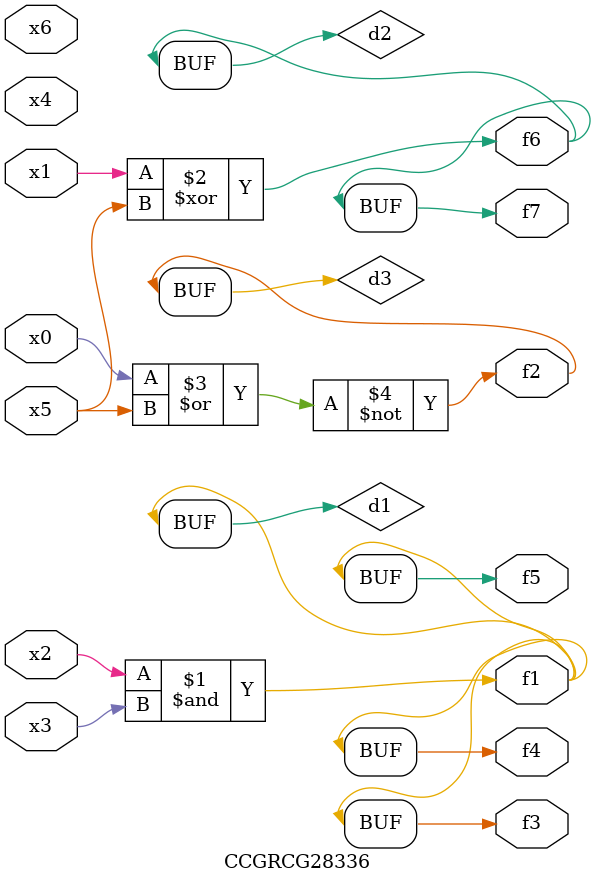
<source format=v>
module CCGRCG28336(
	input x0, x1, x2, x3, x4, x5, x6,
	output f1, f2, f3, f4, f5, f6, f7
);

	wire d1, d2, d3;

	and (d1, x2, x3);
	xor (d2, x1, x5);
	nor (d3, x0, x5);
	assign f1 = d1;
	assign f2 = d3;
	assign f3 = d1;
	assign f4 = d1;
	assign f5 = d1;
	assign f6 = d2;
	assign f7 = d2;
endmodule

</source>
